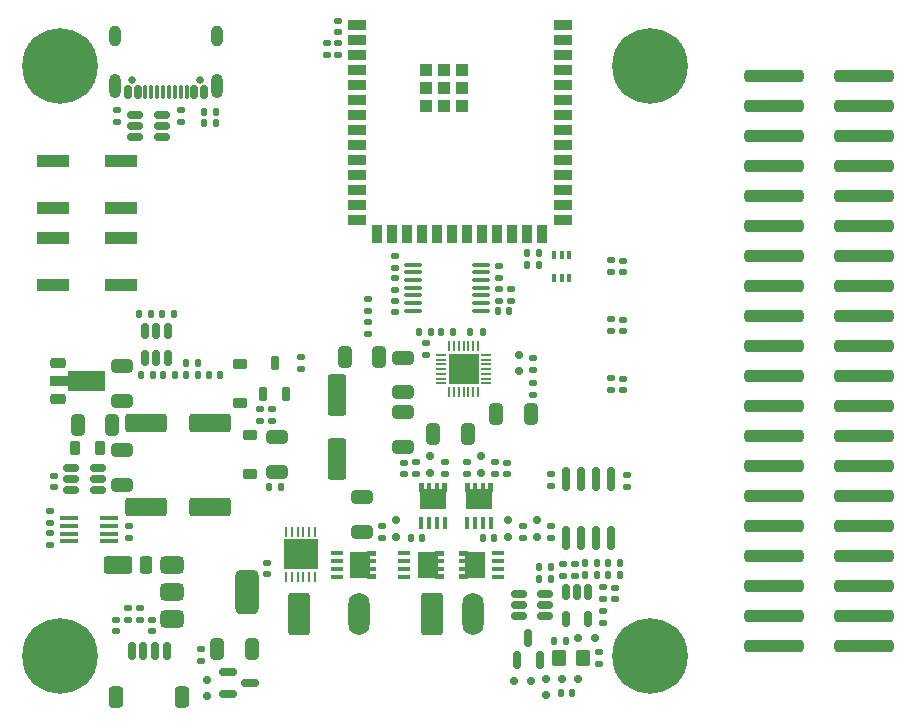
<source format=gts>
G04 #@! TF.GenerationSoftware,KiCad,Pcbnew,8.0.6*
G04 #@! TF.CreationDate,2024-12-21T11:06:14+01:00*
G04 #@! TF.ProjectId,s3main,73336d61-696e-42e6-9b69-6361645f7063,A*
G04 #@! TF.SameCoordinates,Original*
G04 #@! TF.FileFunction,Soldermask,Top*
G04 #@! TF.FilePolarity,Negative*
%FSLAX46Y46*%
G04 Gerber Fmt 4.6, Leading zero omitted, Abs format (unit mm)*
G04 Created by KiCad (PCBNEW 8.0.6) date 2024-12-21 11:06:14*
%MOMM*%
%LPD*%
G01*
G04 APERTURE LIST*
G04 Aperture macros list*
%AMRoundRect*
0 Rectangle with rounded corners*
0 $1 Rounding radius*
0 $2 $3 $4 $5 $6 $7 $8 $9 X,Y pos of 4 corners*
0 Add a 4 corners polygon primitive as box body*
4,1,4,$2,$3,$4,$5,$6,$7,$8,$9,$2,$3,0*
0 Add four circle primitives for the rounded corners*
1,1,$1+$1,$2,$3*
1,1,$1+$1,$4,$5*
1,1,$1+$1,$6,$7*
1,1,$1+$1,$8,$9*
0 Add four rect primitives between the rounded corners*
20,1,$1+$1,$2,$3,$4,$5,0*
20,1,$1+$1,$4,$5,$6,$7,0*
20,1,$1+$1,$6,$7,$8,$9,0*
20,1,$1+$1,$8,$9,$2,$3,0*%
%AMFreePoly0*
4,1,21,1.372500,0.787500,0.862500,0.787500,0.862500,0.532500,1.372500,0.532500,1.372500,0.127500,0.862500,0.127500,0.862500,-0.127500,1.372500,-0.127500,1.372500,-0.532500,0.862500,-0.532500,0.862500,-0.787500,1.372500,-0.787500,1.372500,-1.195000,0.612500,-1.195000,0.612500,-1.117500,-0.862500,-1.117500,-0.862500,1.117500,0.612500,1.117500,0.612500,1.195000,1.372500,1.195000,
1.372500,0.787500,1.372500,0.787500,$1*%
%AMFreePoly1*
4,1,9,3.862500,-0.866500,0.737500,-0.866500,0.737500,-0.450000,-0.737500,-0.450000,-0.737500,0.450000,0.737500,0.450000,0.737500,0.866500,3.862500,0.866500,3.862500,-0.866500,3.862500,-0.866500,$1*%
G04 Aperture macros list end*
%ADD10RoundRect,0.147500X-0.172500X0.147500X-0.172500X-0.147500X0.172500X-0.147500X0.172500X0.147500X0*%
%ADD11RoundRect,0.135000X0.135000X0.185000X-0.135000X0.185000X-0.135000X-0.185000X0.135000X-0.185000X0*%
%ADD12RoundRect,0.135000X-0.135000X-0.185000X0.135000X-0.185000X0.135000X0.185000X-0.135000X0.185000X0*%
%ADD13RoundRect,0.150000X0.200000X-0.150000X0.200000X0.150000X-0.200000X0.150000X-0.200000X-0.150000X0*%
%ADD14RoundRect,0.135000X0.185000X-0.135000X0.185000X0.135000X-0.185000X0.135000X-0.185000X-0.135000X0*%
%ADD15RoundRect,0.135000X-0.185000X0.135000X-0.185000X-0.135000X0.185000X-0.135000X0.185000X0.135000X0*%
%ADD16RoundRect,0.250000X-0.325000X-0.650000X0.325000X-0.650000X0.325000X0.650000X-0.325000X0.650000X0*%
%ADD17RoundRect,0.050000X-0.387500X-0.050000X0.387500X-0.050000X0.387500X0.050000X-0.387500X0.050000X0*%
%ADD18RoundRect,0.050000X-0.050000X-0.387500X0.050000X-0.387500X0.050000X0.387500X-0.050000X0.387500X0*%
%ADD19R,2.600000X2.600000*%
%ADD20R,0.990000X0.405000*%
%ADD21FreePoly0,180.000000*%
%ADD22RoundRect,0.225000X-0.375000X0.225000X-0.375000X-0.225000X0.375000X-0.225000X0.375000X0.225000X0*%
%ADD23R,0.405000X0.990000*%
%ADD24FreePoly0,90.000000*%
%ADD25RoundRect,0.150000X-0.150000X0.512500X-0.150000X-0.512500X0.150000X-0.512500X0.150000X0.512500X0*%
%ADD26RoundRect,0.250000X0.950000X0.500000X-0.950000X0.500000X-0.950000X-0.500000X0.950000X-0.500000X0*%
%ADD27RoundRect,0.250000X0.275000X0.500000X-0.275000X0.500000X-0.275000X-0.500000X0.275000X-0.500000X0*%
%ADD28RoundRect,0.140000X0.140000X0.170000X-0.140000X0.170000X-0.140000X-0.170000X0.140000X-0.170000X0*%
%ADD29R,1.600000X0.300000*%
%ADD30RoundRect,0.140000X-0.170000X0.140000X-0.170000X-0.140000X0.170000X-0.140000X0.170000X0.140000X0*%
%ADD31RoundRect,0.250000X0.350000X0.450000X-0.350000X0.450000X-0.350000X-0.450000X0.350000X-0.450000X0*%
%ADD32C,0.800000*%
%ADD33C,6.400000*%
%ADD34R,1.500000X0.900000*%
%ADD35R,0.900000X1.500000*%
%ADD36R,1.000000X1.000000*%
%ADD37RoundRect,0.250000X0.650000X-0.325000X0.650000X0.325000X-0.650000X0.325000X-0.650000X-0.325000X0*%
%ADD38RoundRect,0.150000X-0.150000X-0.200000X0.150000X-0.200000X0.150000X0.200000X-0.150000X0.200000X0*%
%ADD39RoundRect,0.250000X1.500000X0.550000X-1.500000X0.550000X-1.500000X-0.550000X1.500000X-0.550000X0*%
%ADD40C,0.650000*%
%ADD41RoundRect,0.150000X0.150000X0.425000X-0.150000X0.425000X-0.150000X-0.425000X0.150000X-0.425000X0*%
%ADD42RoundRect,0.075000X0.075000X0.500000X-0.075000X0.500000X-0.075000X-0.500000X0.075000X-0.500000X0*%
%ADD43O,1.000000X2.100000*%
%ADD44O,1.000000X1.800000*%
%ADD45RoundRect,0.250000X0.550000X-1.500000X0.550000X1.500000X-0.550000X1.500000X-0.550000X-1.500000X0*%
%ADD46R,2.750000X1.000000*%
%ADD47RoundRect,0.140000X0.170000X-0.140000X0.170000X0.140000X-0.170000X0.140000X-0.170000X-0.140000X0*%
%ADD48RoundRect,0.150000X-0.587500X-0.150000X0.587500X-0.150000X0.587500X0.150000X-0.587500X0.150000X0*%
%ADD49RoundRect,0.218750X-0.218750X-0.381250X0.218750X-0.381250X0.218750X0.381250X-0.218750X0.381250X0*%
%ADD50RoundRect,0.375000X-0.625000X-0.375000X0.625000X-0.375000X0.625000X0.375000X-0.625000X0.375000X0*%
%ADD51RoundRect,0.500000X-0.500000X-1.400000X0.500000X-1.400000X0.500000X1.400000X-0.500000X1.400000X0*%
%ADD52RoundRect,0.100000X0.637500X0.100000X-0.637500X0.100000X-0.637500X-0.100000X0.637500X-0.100000X0*%
%ADD53RoundRect,0.255000X2.245000X0.255000X-2.245000X0.255000X-2.245000X-0.255000X2.245000X-0.255000X0*%
%ADD54RoundRect,0.250000X-0.650000X-1.550000X0.650000X-1.550000X0.650000X1.550000X-0.650000X1.550000X0*%
%ADD55O,1.800000X3.600000*%
%ADD56RoundRect,0.150000X-0.150000X-0.625000X0.150000X-0.625000X0.150000X0.625000X-0.150000X0.625000X0*%
%ADD57RoundRect,0.250000X-0.350000X-0.650000X0.350000X-0.650000X0.350000X0.650000X-0.350000X0.650000X0*%
%ADD58FreePoly0,0.000000*%
%ADD59RoundRect,0.250000X-0.650000X0.325000X-0.650000X-0.325000X0.650000X-0.325000X0.650000X0.325000X0*%
%ADD60RoundRect,0.150000X0.512500X0.150000X-0.512500X0.150000X-0.512500X-0.150000X0.512500X-0.150000X0*%
%ADD61RoundRect,0.225000X-0.425000X-0.225000X0.425000X-0.225000X0.425000X0.225000X-0.425000X0.225000X0*%
%ADD62FreePoly1,0.000000*%
%ADD63RoundRect,0.162500X0.162500X-0.447500X0.162500X0.447500X-0.162500X0.447500X-0.162500X-0.447500X0*%
%ADD64RoundRect,0.062500X-0.062500X0.375000X-0.062500X-0.375000X0.062500X-0.375000X0.062500X0.375000X0*%
%ADD65R,3.000000X2.600000*%
%ADD66RoundRect,0.100000X-0.100000X0.225000X-0.100000X-0.225000X0.100000X-0.225000X0.100000X0.225000X0*%
%ADD67RoundRect,0.150000X0.150000X-0.587500X0.150000X0.587500X-0.150000X0.587500X-0.150000X-0.587500X0*%
%ADD68RoundRect,0.150000X0.150000X-0.825000X0.150000X0.825000X-0.150000X0.825000X-0.150000X-0.825000X0*%
%ADD69RoundRect,0.150000X0.150000X0.200000X-0.150000X0.200000X-0.150000X-0.200000X0.150000X-0.200000X0*%
%ADD70RoundRect,0.140000X-0.140000X-0.170000X0.140000X-0.170000X0.140000X0.170000X-0.140000X0.170000X0*%
G04 APERTURE END LIST*
D10*
X166900000Y-94015000D03*
X166900000Y-94985000D03*
D11*
X129010000Y-98700000D03*
X127990000Y-98700000D03*
D12*
X149590000Y-95100000D03*
X150610000Y-95100000D03*
D13*
X157200000Y-111000000D03*
X157200000Y-112400000D03*
D12*
X131390000Y-76400000D03*
X132410000Y-76400000D03*
D14*
X139600000Y-98210000D03*
X139600000Y-97190000D03*
D15*
X126000000Y-118390000D03*
X126000000Y-119410000D03*
X124100000Y-76290000D03*
X124100000Y-77310000D03*
D16*
X150825000Y-103700000D03*
X153775000Y-103700000D03*
D17*
X151462500Y-97000000D03*
X151462500Y-97400000D03*
X151462500Y-97800000D03*
X151462500Y-98200000D03*
X151462500Y-98600000D03*
X151462500Y-99000000D03*
X151462500Y-99400000D03*
D18*
X152200000Y-100137500D03*
X152600000Y-100137500D03*
X153000000Y-100137500D03*
X153400000Y-100137500D03*
X153800000Y-100137500D03*
X154200000Y-100137500D03*
X154600000Y-100137500D03*
D17*
X155337500Y-99400000D03*
X155337500Y-99000000D03*
X155337500Y-98600000D03*
X155337500Y-98200000D03*
X155337500Y-97800000D03*
X155337500Y-97400000D03*
X155337500Y-97000000D03*
D18*
X154600000Y-96262500D03*
X154200000Y-96262500D03*
X153800000Y-96262500D03*
X153400000Y-96262500D03*
X153000000Y-96262500D03*
X152600000Y-96262500D03*
X152200000Y-96262500D03*
D19*
X153400000Y-98200000D03*
D20*
X156335000Y-115790000D03*
X156335000Y-115130000D03*
X156335000Y-114470000D03*
X156335000Y-113810000D03*
D21*
X154342500Y-114800000D03*
D15*
X131200000Y-121890000D03*
X131200000Y-122910000D03*
D12*
X151490000Y-95100000D03*
X152510000Y-95100000D03*
D22*
X135300000Y-103750000D03*
X135300000Y-107050000D03*
D23*
X153710000Y-111235000D03*
X154370000Y-111235000D03*
X155030000Y-111235000D03*
X155690000Y-111235000D03*
D24*
X154700000Y-109242500D03*
D25*
X163950000Y-117062500D03*
X163000000Y-117062500D03*
X162050000Y-117062500D03*
X162050000Y-119337500D03*
X163950000Y-119337500D03*
D12*
X165590000Y-115600000D03*
X166610000Y-115600000D03*
D26*
X124150000Y-114800000D03*
D27*
X126525000Y-114800000D03*
D28*
X160780000Y-115000000D03*
X159820000Y-115000000D03*
D11*
X166610000Y-114600000D03*
X165590000Y-114600000D03*
D14*
X118400000Y-111210000D03*
X118400000Y-110190000D03*
D13*
X150600000Y-105600000D03*
X150600000Y-107000000D03*
D29*
X123400000Y-112775000D03*
X123400000Y-112125000D03*
X123400000Y-111475000D03*
X123400000Y-110825000D03*
X120000000Y-110825000D03*
X120000000Y-111475000D03*
X120000000Y-112125000D03*
X120000000Y-112775000D03*
D11*
X132410000Y-77400000D03*
X131390000Y-77400000D03*
D30*
X160800000Y-107120000D03*
X160800000Y-108080000D03*
D14*
X165900000Y-100010000D03*
X165900000Y-98990000D03*
D31*
X163500000Y-122700000D03*
X161500000Y-122700000D03*
D32*
X116800000Y-72500000D03*
X117502944Y-70802944D03*
X117502944Y-74197056D03*
X119200000Y-70100000D03*
D33*
X119200000Y-72500000D03*
D32*
X119200000Y-74900000D03*
X120897056Y-70802944D03*
X120897056Y-74197056D03*
X121600000Y-72500000D03*
D15*
X156400000Y-91390000D03*
X156400000Y-92410000D03*
X136200000Y-101590000D03*
X136200000Y-102610000D03*
D14*
X147600000Y-89610000D03*
X147600000Y-88590000D03*
D15*
X158400000Y-111490000D03*
X158400000Y-112510000D03*
D11*
X164710000Y-115600000D03*
X163690000Y-115600000D03*
D34*
X144350000Y-69040000D03*
X144350000Y-70310000D03*
X144350000Y-71580000D03*
X144350000Y-72850000D03*
X144350000Y-74120000D03*
X144350000Y-75390000D03*
X144350000Y-76660000D03*
X144350000Y-77930000D03*
X144350000Y-79200000D03*
X144350000Y-80470000D03*
X144350000Y-81740000D03*
X144350000Y-83010000D03*
X144350000Y-84280000D03*
X144350000Y-85550000D03*
D35*
X146115000Y-86800000D03*
X147385000Y-86800000D03*
X148655000Y-86800000D03*
X149925000Y-86800000D03*
X151195000Y-86800000D03*
X152465000Y-86800000D03*
X153735000Y-86800000D03*
X155005000Y-86800000D03*
X156275000Y-86800000D03*
X157545000Y-86800000D03*
X158815000Y-86800000D03*
X160085000Y-86800000D03*
D34*
X161850000Y-85550000D03*
X161850000Y-84280000D03*
X161850000Y-83010000D03*
X161850000Y-81740000D03*
X161850000Y-80470000D03*
X161850000Y-79200000D03*
X161850000Y-77930000D03*
X161850000Y-76660000D03*
X161850000Y-75390000D03*
X161850000Y-74120000D03*
X161850000Y-72850000D03*
X161850000Y-71580000D03*
X161850000Y-70310000D03*
X161850000Y-69040000D03*
D36*
X150240000Y-72890000D03*
X150240000Y-74390000D03*
X150240000Y-74390000D03*
X150240000Y-75890000D03*
X151740000Y-72890000D03*
X151740000Y-72890000D03*
X151740000Y-74390000D03*
X151740000Y-75890000D03*
X153240000Y-72890000D03*
X153240000Y-74390000D03*
X153240000Y-75890000D03*
D15*
X149400000Y-106090000D03*
X149400000Y-107110000D03*
D13*
X160400000Y-124400000D03*
X160400000Y-125800000D03*
D37*
X137600000Y-106875000D03*
X137600000Y-103925000D03*
D38*
X159100000Y-124600000D03*
X157700000Y-124600000D03*
D30*
X118400000Y-112120000D03*
X118400000Y-113080000D03*
D39*
X131900000Y-109900000D03*
X126500000Y-109900000D03*
D40*
X131090000Y-73705000D03*
X125310000Y-73705000D03*
D41*
X131400000Y-74780000D03*
X130600000Y-74780000D03*
D42*
X129450000Y-74780000D03*
X128450000Y-74780000D03*
X127950000Y-74780000D03*
X126950000Y-74780000D03*
D41*
X125800000Y-74780000D03*
X125000000Y-74780000D03*
X125000000Y-74780000D03*
X125800000Y-74780000D03*
D42*
X126450000Y-74780000D03*
X127450000Y-74780000D03*
X128950000Y-74780000D03*
X129950000Y-74780000D03*
D41*
X130600000Y-74780000D03*
X131400000Y-74780000D03*
D43*
X132520000Y-74205000D03*
D44*
X132520000Y-70025000D03*
D43*
X123880000Y-74205000D03*
D44*
X123880000Y-70025000D03*
D45*
X142700000Y-105800000D03*
X142700000Y-100400000D03*
D15*
X142800000Y-70590000D03*
X142800000Y-71610000D03*
D12*
X126090000Y-98700000D03*
X127110000Y-98700000D03*
D46*
X118620000Y-87100000D03*
X124380000Y-87100000D03*
X118620000Y-91100000D03*
X124380000Y-91100000D03*
D11*
X126910000Y-93500000D03*
X125890000Y-93500000D03*
D47*
X150200000Y-96980000D03*
X150200000Y-96020000D03*
X147600000Y-93380000D03*
X147600000Y-92420000D03*
D11*
X155010000Y-95100000D03*
X153990000Y-95100000D03*
D14*
X145300000Y-93310000D03*
X145300000Y-92290000D03*
D22*
X134500000Y-97750000D03*
X134500000Y-101050000D03*
D32*
X166800000Y-72500000D03*
X167502944Y-70802944D03*
X167502944Y-74197056D03*
X169200000Y-70100000D03*
D33*
X169200000Y-72500000D03*
D32*
X169200000Y-74900000D03*
X170897056Y-70802944D03*
X170897056Y-74197056D03*
X171600000Y-72500000D03*
D12*
X158790000Y-89400000D03*
X159810000Y-89400000D03*
D16*
X156125000Y-102000000D03*
X159075000Y-102000000D03*
D30*
X157100000Y-106120000D03*
X157100000Y-107080000D03*
D15*
X129500000Y-76290000D03*
X129500000Y-77310000D03*
D25*
X128350000Y-94962500D03*
X127400000Y-94962500D03*
X126450000Y-94962500D03*
X126450000Y-97237500D03*
X127400000Y-97237500D03*
X128350000Y-97237500D03*
D15*
X151800000Y-106090000D03*
X151800000Y-107110000D03*
D11*
X137910000Y-108200000D03*
X136890000Y-108200000D03*
D15*
X156100000Y-106090000D03*
X156100000Y-107110000D03*
D46*
X118620000Y-80600000D03*
X124380000Y-80600000D03*
X118620000Y-84600000D03*
X124380000Y-84600000D03*
D48*
X133462500Y-123850000D03*
X133462500Y-125750000D03*
X135337500Y-124800000D03*
D28*
X162580000Y-125600000D03*
X161620000Y-125600000D03*
D16*
X132525000Y-121900000D03*
X135475000Y-121900000D03*
D13*
X159600000Y-111000000D03*
X159600000Y-112400000D03*
D23*
X149810000Y-111235000D03*
X150470000Y-111235000D03*
X151130000Y-111235000D03*
X151790000Y-111235000D03*
D24*
X150800000Y-109242500D03*
D49*
X120537500Y-104900000D03*
X122662500Y-104900000D03*
D50*
X128750000Y-114800000D03*
X128750000Y-117100000D03*
X128750000Y-119400000D03*
D51*
X135050000Y-117100000D03*
D14*
X165900000Y-95010000D03*
X165900000Y-93990000D03*
D15*
X125000000Y-118390000D03*
X125000000Y-119410000D03*
D47*
X166200000Y-117680000D03*
X166200000Y-116720000D03*
D11*
X130910000Y-98700000D03*
X129890000Y-98700000D03*
D15*
X157400000Y-91390000D03*
X157400000Y-92410000D03*
D52*
X154862500Y-93250000D03*
X154862500Y-92600000D03*
X154862500Y-91950000D03*
X154862500Y-91300000D03*
X154862500Y-90650000D03*
X154862500Y-90000000D03*
X154862500Y-89350000D03*
X149137500Y-89350000D03*
X149137500Y-90000000D03*
X149137500Y-90650000D03*
X149137500Y-91300000D03*
X149137500Y-91950000D03*
X149137500Y-92600000D03*
X149137500Y-93250000D03*
D14*
X165900000Y-90010000D03*
X165900000Y-88990000D03*
D47*
X127000000Y-120380000D03*
X127000000Y-119420000D03*
D28*
X157280000Y-93300000D03*
X156320000Y-93300000D03*
D32*
X166800000Y-122500000D03*
X167502944Y-120802944D03*
X167502944Y-124197056D03*
X169200000Y-120100000D03*
D33*
X169200000Y-122500000D03*
D32*
X169200000Y-124900000D03*
X170897056Y-120802944D03*
X170897056Y-124197056D03*
X171600000Y-122500000D03*
D53*
X187300000Y-121630000D03*
X179700000Y-121630000D03*
X187300000Y-119090000D03*
X179700000Y-119090000D03*
X187300000Y-116550000D03*
X179700000Y-116550000D03*
X187300000Y-114010000D03*
X179700000Y-114010000D03*
X187300000Y-111470000D03*
X179700000Y-111470000D03*
X187300000Y-108930000D03*
X179700000Y-108930000D03*
X187300000Y-106390000D03*
X179700000Y-106390000D03*
X187300000Y-103850000D03*
X179700000Y-103850000D03*
X187300000Y-101310000D03*
X179700000Y-101310000D03*
X187300000Y-98770000D03*
X179700000Y-98770000D03*
X187300000Y-96230000D03*
X179700000Y-96230000D03*
X187300000Y-93690000D03*
X179700000Y-93690000D03*
X187300000Y-91150000D03*
X179700000Y-91150000D03*
X187300000Y-88610000D03*
X179700000Y-88610000D03*
X187300000Y-86070000D03*
X179700000Y-86070000D03*
X187300000Y-83530000D03*
X179700000Y-83530000D03*
X187300000Y-80990000D03*
X179700000Y-80990000D03*
X187300000Y-78450000D03*
X179700000Y-78450000D03*
X187300000Y-75910000D03*
X179700000Y-75910000D03*
X187300000Y-73370000D03*
X179700000Y-73370000D03*
D47*
X124000000Y-120380000D03*
X124000000Y-119420000D03*
D14*
X156400000Y-90510000D03*
X156400000Y-89490000D03*
D11*
X128910000Y-93500000D03*
X127890000Y-93500000D03*
D54*
X150700000Y-118900000D03*
D55*
X154200000Y-118900000D03*
D56*
X125300000Y-122100000D03*
X126300000Y-122100000D03*
X127300000Y-122100000D03*
X128300000Y-122100000D03*
D57*
X124000000Y-125975000D03*
X129600000Y-125975000D03*
D20*
X148365000Y-113810000D03*
X148365000Y-114470000D03*
X148365000Y-115130000D03*
X148365000Y-115790000D03*
D58*
X150357500Y-114800000D03*
D47*
X165200000Y-119680000D03*
X165200000Y-118720000D03*
D59*
X148300000Y-101825000D03*
X148300000Y-104775000D03*
D30*
X125100000Y-111520000D03*
X125100000Y-112480000D03*
D47*
X141800000Y-71580000D03*
X141800000Y-70620000D03*
D16*
X143325000Y-97200000D03*
X146275000Y-97200000D03*
D59*
X124500000Y-97925000D03*
X124500000Y-100875000D03*
D20*
X142665000Y-113810000D03*
X142665000Y-114470000D03*
X142665000Y-115130000D03*
X142665000Y-115790000D03*
D58*
X144657500Y-114800000D03*
D14*
X164900000Y-123210000D03*
X164900000Y-122190000D03*
D15*
X146500000Y-111490000D03*
X146500000Y-112510000D03*
D13*
X158100000Y-97000000D03*
X158100000Y-98400000D03*
D15*
X153700000Y-106090000D03*
X153700000Y-107110000D03*
D28*
X149880000Y-112500000D03*
X148920000Y-112500000D03*
D54*
X139500000Y-118900000D03*
D55*
X144580000Y-118900000D03*
D60*
X122437500Y-108450000D03*
X122437500Y-107500000D03*
X122437500Y-106550000D03*
X120162500Y-106550000D03*
X120162500Y-107500000D03*
X120162500Y-108450000D03*
D14*
X145300000Y-95210000D03*
X145300000Y-94190000D03*
D61*
X119050000Y-97700000D03*
D62*
X119137500Y-99200000D03*
D61*
X119050000Y-100700000D03*
D12*
X159790000Y-116000000D03*
X160810000Y-116000000D03*
D14*
X161800000Y-115710000D03*
X161800000Y-114690000D03*
D63*
X136450000Y-100310000D03*
X138350000Y-100310000D03*
X137400000Y-97690000D03*
D64*
X140850000Y-111962500D03*
X140350000Y-111962500D03*
X139850000Y-111962500D03*
X139350000Y-111962500D03*
X138850000Y-111962500D03*
X138350000Y-111962500D03*
X138350000Y-115837500D03*
X138850000Y-115837500D03*
X139350000Y-115837500D03*
X139850000Y-115837500D03*
X140350000Y-115837500D03*
X140850000Y-115837500D03*
D65*
X139600000Y-113900000D03*
D13*
X154900000Y-105600000D03*
X154900000Y-107000000D03*
D60*
X127837500Y-78550000D03*
X127837500Y-77600000D03*
X127837500Y-76650000D03*
X125562500Y-76650000D03*
X125562500Y-77600000D03*
X125562500Y-78550000D03*
D59*
X144800000Y-109025000D03*
X144800000Y-111975000D03*
D66*
X162350000Y-88550000D03*
X161700000Y-88550000D03*
X161050000Y-88550000D03*
X161050000Y-90450000D03*
X161700000Y-90450000D03*
X162350000Y-90450000D03*
D14*
X165200000Y-117710000D03*
X165200000Y-116690000D03*
X167200000Y-108210000D03*
X167200000Y-107190000D03*
D12*
X158790000Y-88400000D03*
X159810000Y-88400000D03*
D15*
X160800000Y-111490000D03*
X160800000Y-112510000D03*
D10*
X166900000Y-89015000D03*
X166900000Y-89985000D03*
D67*
X157950000Y-122837500D03*
X159850000Y-122837500D03*
X158900000Y-120962500D03*
D60*
X160337500Y-119150000D03*
X160337500Y-118200000D03*
X160337500Y-117250000D03*
X158062500Y-117250000D03*
X158062500Y-118200000D03*
X158062500Y-119150000D03*
D13*
X131700000Y-124500000D03*
X131700000Y-125900000D03*
D68*
X162095000Y-112475000D03*
X163365000Y-112475000D03*
X164635000Y-112475000D03*
X165905000Y-112475000D03*
X165905000Y-107525000D03*
X164635000Y-107525000D03*
X163365000Y-107525000D03*
X162095000Y-107525000D03*
D47*
X136800000Y-115580000D03*
X136800000Y-114620000D03*
D69*
X161700000Y-124400000D03*
X163100000Y-124400000D03*
D13*
X147700000Y-111000000D03*
X147700000Y-112400000D03*
D47*
X142800000Y-69680000D03*
X142800000Y-68720000D03*
D10*
X166900000Y-99015000D03*
X166900000Y-99985000D03*
D11*
X162110000Y-121200000D03*
X161090000Y-121200000D03*
D12*
X163690000Y-114600000D03*
X164710000Y-114600000D03*
D14*
X137200000Y-102610000D03*
X137200000Y-101590000D03*
D16*
X120725000Y-102900000D03*
X123675000Y-102900000D03*
D37*
X148300000Y-100175000D03*
X148300000Y-97225000D03*
D12*
X129890000Y-97700000D03*
X130910000Y-97700000D03*
D47*
X162800000Y-115680000D03*
X162800000Y-114720000D03*
D39*
X131900000Y-102800000D03*
X126500000Y-102800000D03*
D70*
X131820000Y-98700000D03*
X132780000Y-98700000D03*
D30*
X148400000Y-106120000D03*
X148400000Y-107080000D03*
D37*
X124500000Y-107975000D03*
X124500000Y-105025000D03*
D15*
X159300000Y-97290000D03*
X159300000Y-98310000D03*
D32*
X116800000Y-122500000D03*
X117502944Y-120802944D03*
X117502944Y-124197056D03*
X119200000Y-120100000D03*
D33*
X119200000Y-122500000D03*
D32*
X119200000Y-124900000D03*
X120897056Y-120802944D03*
X120897056Y-124197056D03*
X121600000Y-122500000D03*
D30*
X159300000Y-99420000D03*
X159300000Y-100380000D03*
D69*
X163100000Y-121000000D03*
X164500000Y-121000000D03*
D15*
X147600000Y-90490000D03*
X147600000Y-91510000D03*
D70*
X155020000Y-112500000D03*
X155980000Y-112500000D03*
D30*
X118700000Y-107220000D03*
X118700000Y-108180000D03*
M02*

</source>
